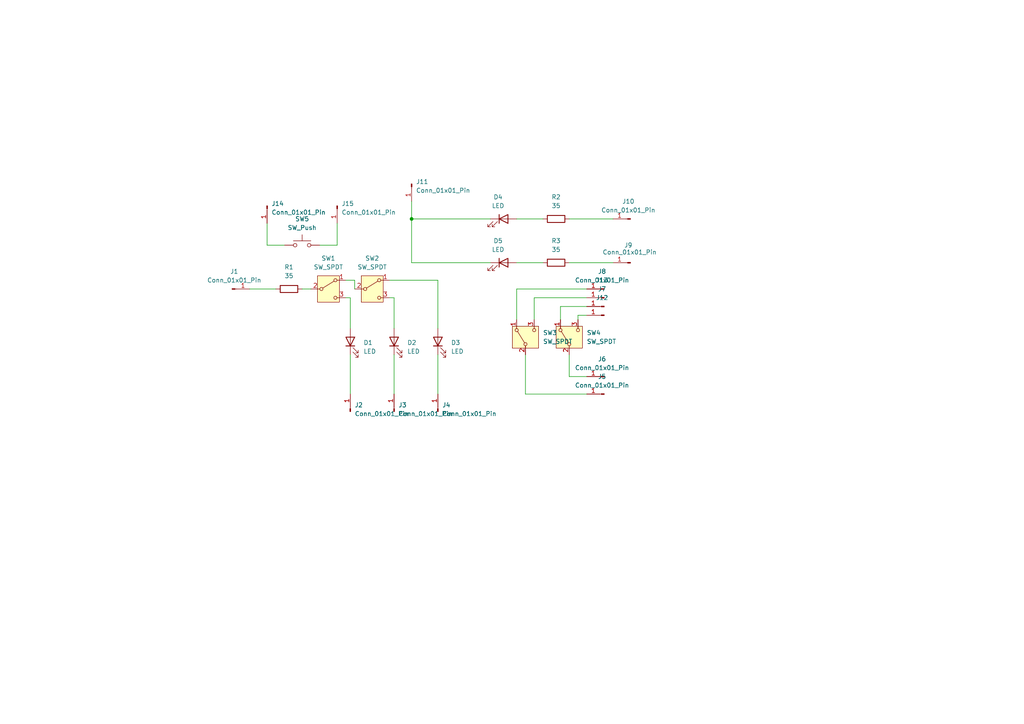
<source format=kicad_sch>
(kicad_sch (version 20250114) (generator "eeschema") (generator_version "9.0")
  (paper "A4")
  (lib_symbols
    (symbol "Connector:Conn_01x01_Pin" (pin_names (offset 1.016) (hide yes))
      (property "Reference" "J" (at 0 2.54 0))
      (property "Value" "Conn_01x01_Pin" (at 0 -2.54 0))
      (symbol "Conn_01x01_Pin_1_1"
        (rectangle (start 0.8636 0.127) (end 0 -0.127) (stroke (width 0.1524)) (fill (type outline)))
        (polyline (pts (xy 1.27 0) (xy 0.8636 0)) (stroke (width 0.1524)))
        (pin passive line (at 5.08 0 180) (length 3.81) (name "Pin_1") (number "1"))
      )
    )
    (symbol "Device:LED" (pin_numbers (hide yes)) (pin_names (offset 1.016) (hide yes))
      (property "Reference" "D" (at 0 2.54 0))
      (property "Value" "LED" (at 0 -2.54 0))
      (symbol "LED_0_1"
        (polyline (pts (xy -3.048 -0.762) (xy -4.572 -2.286) (xy -3.81 -2.286) (xy -4.572 -2.286) (xy -4.572 -1.524)))
        (polyline (pts (xy -1.778 -0.762) (xy -3.302 -2.286) (xy -2.54 -2.286) (xy -3.302 -2.286) (xy -3.302 -1.524)))
        (polyline (pts (xy -1.27 0) (xy 1.27 0)))
        (polyline (pts (xy -1.27 -1.27) (xy -1.27 1.27)) (stroke (width 0.254)))
        (polyline (pts (xy 1.27 -1.27) (xy 1.27 1.27) (xy -1.27 0) (xy 1.27 -1.27)) (stroke (width 0.254)))
      )
      (symbol "LED_1_1"
        (pin passive line (at -3.81 0 0) (length 2.54) (name "K") (number "1"))
        (pin passive line (at 3.81 0 180) (length 2.54) (name "A") (number "2"))
      )
    )
    (symbol "Device:R" (pin_numbers (hide yes)) (pin_names (offset 0))
      (property "Reference" "R" (at 2.032 0 90))
      (property "Value" "R" (at 0 0 90))
      (symbol "R_0_1"
        (rectangle (start -1.016 -2.54) (end 1.016 2.54) (stroke (width 0.254)))
      )
      (symbol "R_1_1"
        (pin passive line (at 0 3.81 270) (length 1.27) (name "~") (number "1"))
        (pin passive line (at 0 -3.81 90) (length 1.27) (name "~") (number "2"))
      )
    )
    (symbol "SPDT_footprint:SW_SPDT" (pin_names (offset 0) (hide yes))
      (property "Reference" "SW" (at 0 5.08 0))
      (property "Value" "SW_SPDT" (at 0 -5.08 0))
      (symbol "SW_SPDT_0_1"
        (circle (center -2.032 0) (radius 0.4572))
        (polyline (pts (xy -1.651 0.254) (xy 1.651 2.286)))
        (circle (center 2.032 2.54) (radius 0.4572))
        (circle (center 2.032 -2.54) (radius 0.4572))
      )
      (symbol "SW_SPDT_1_1"
        (rectangle (start -3.175 3.81) (end 3.175 -3.81) (fill (type background)))
        (pin passive line (at -5.08 0 0) (length 2.54) (name "B") (number "2"))
        (pin passive line (at 5.08 2.54 180) (length 2.54) (name "A") (number "1"))
        (pin passive line (at 5.08 -2.54 180) (length 2.54) (name "C") (number "3"))
      )
    )
    (symbol "Switch:SW_Push" (pin_numbers (hide yes)) (pin_names (offset 1.016) (hide yes))
      (property "Reference" "SW" (at 1.27 2.54 0))
      (property "Value" "SW_Push" (at 0 -1.524 0))
      (symbol "SW_Push_0_1"
        (circle (center -2.032 0) (radius 0.508))
        (polyline (pts (xy 0 1.27) (xy 0 3.048)))
        (circle (center 2.032 0) (radius 0.508))
        (polyline (pts (xy 2.54 1.27) (xy -2.54 1.27)))
        (pin passive line (at -5.08 0 0) (length 2.54) (name "1") (number "1"))
        (pin passive line (at 5.08 0 180) (length 2.54) (name "2") (number "2"))
      )
    )
  )
  (junction (at 119.38 63.5))
  (wire (pts (xy 162.56 88.9) (xy 170.18 88.9)))
  (wire (pts (xy 127 81.28) (xy 127 95.25)))
  (wire (pts (xy 142.24 76.2) (xy 119.38 76.2)))
  (wire (pts (xy 113.03 86.36) (xy 114.3 86.36)))
  (wire (pts (xy 102.87 81.28) (xy 102.87 83.82)))
  (wire (pts (xy 149.86 76.2) (xy 157.48 76.2)))
  (wire (pts (xy 149.86 92.71) (xy 149.86 83.82)))
  (wire (pts (xy 77.47 71.12) (xy 82.55 71.12)))
  (wire (pts (xy 87.63 83.82) (xy 90.17 83.82)))
  (wire (pts (xy 100.33 81.28) (xy 102.87 81.28)))
  (wire (pts (xy 97.79 71.12) (xy 97.79 64.77)))
  (wire (pts (xy 152.4 114.3) (xy 170.18 114.3)))
  (wire (pts (xy 170.18 109.22) (xy 165.1 109.22)))
  (wire (pts (xy 114.3 102.87) (xy 114.3 114.3)))
  (wire (pts (xy 149.86 63.5) (xy 157.48 63.5)))
  (wire (pts (xy 101.6 102.87) (xy 101.6 114.3)))
  (wire (pts (xy 77.47 64.77) (xy 77.47 71.12)))
  (wire (pts (xy 162.56 92.71) (xy 162.56 88.9)))
  (wire (pts (xy 167.64 92.71) (xy 167.64 91.44)))
  (wire (pts (xy 154.94 86.36) (xy 170.18 86.36)))
  (wire (pts (xy 127 102.87) (xy 127 114.3)))
  (wire (pts (xy 167.64 91.44) (xy 170.18 91.44)))
  (wire (pts (xy 142.24 63.5) (xy 119.38 63.5)))
  (wire (pts (xy 92.71 71.12) (xy 97.79 71.12)))
  (wire (pts (xy 165.1 76.2) (xy 177.8 76.2)))
  (wire (pts (xy 119.38 63.5) (xy 119.38 58.42)))
  (wire (pts (xy 119.38 76.2) (xy 119.38 63.5)))
  (wire (pts (xy 152.4 102.87) (xy 152.4 114.3)))
  (wire (pts (xy 100.33 86.36) (xy 101.6 86.36)))
  (wire (pts (xy 154.94 92.71) (xy 154.94 86.36)))
  (wire (pts (xy 101.6 86.36) (xy 101.6 95.25)))
  (wire (pts (xy 149.86 83.82) (xy 170.18 83.82)))
  (wire (pts (xy 113.03 81.28) (xy 127 81.28)))
  (wire (pts (xy 165.1 109.22) (xy 165.1 102.87)))
  (wire (pts (xy 114.3 86.36) (xy 114.3 95.25)))
  (wire (pts (xy 165.1 63.5) (xy 177.8 63.5)))
  (wire (pts (xy 72.39 83.82) (xy 80.01 83.82)))
  (symbol (lib_id "Connector:Conn_01x01_Pin") (at 127 119.38 90) (unit 1)
    (property "Reference" "J4" (at 128.27 117.4749 90) (effects (justify right)))
    (property "Value" "Conn_01x01_Pin" (at 128.27 120.0149 90) (effects (justify right)))
    (property "Footprint" "Connector_Wire:SolderWire-1sqmm_1x01_D1.4mm_OD2.7mm" (effects (hide yes)))
    (property "Description" "Generic connector, single row, 01x01, script generated" (effects (hide yes)))
  )
  (symbol (lib_id "Connector:Conn_01x01_Pin") (at 182.88 76.2 180) (unit 1)
    (property "Reference" "J9" (at 182.245 71.12 0))
    (property "Value" "Conn_01x01_Pin" (at 182.626 73.152 0))
    (property "Footprint" "Connector_Wire:SolderWire-1sqmm_1x01_D1.4mm_OD2.7mm" (effects (hide yes)))
    (property "Description" "Generic connector, single row, 01x01, script generated" (effects (hide yes)))
  )
  (symbol (lib_id "Connector:Conn_01x01_Pin") (at 114.3 119.38 90) (unit 1)
    (property "Reference" "J3" (at 115.57 117.4749 90) (effects (justify right)))
    (property "Value" "Conn_01x01_Pin" (at 115.57 120.0149 90) (effects (justify right)))
    (property "Footprint" "Connector_Wire:SolderWire-1sqmm_1x01_D1.4mm_OD2.7mm" (effects (hide yes)))
    (property "Description" "Generic connector, single row, 01x01, script generated" (effects (hide yes)))
  )
  (symbol (lib_id "Device:R") (at 83.82 83.82 90) (unit 1)
    (property "Reference" "R1" (at 83.82 77.47 90))
    (property "Value" "35" (at 83.82 80.01 90))
    (property "Footprint" "Resistor_THT:R_Axial_DIN0207_L6.3mm_D2.5mm_P10.16mm_Horizontal" (effects (hide yes)))
    (property "Description" "Resistor" (effects (hide yes)))
  )
  (symbol (lib_id "Connector:Conn_01x01_Pin") (at 182.88 63.5 180) (unit 1)
    (property "Reference" "J10" (at 182.245 58.42 0))
    (property "Value" "Conn_01x01_Pin" (at 182.245 60.96 0))
    (property "Footprint" "Connector_Wire:SolderWire-1sqmm_1x01_D1.4mm_OD2.7mm" (effects (hide yes)))
    (property "Description" "Generic connector, single row, 01x01, script generated" (effects (hide yes)))
  )
  (symbol (lib_id "SPDT_footprint:SW_SPDT") (at 107.95 83.82 0) (unit 1)
    (property "Reference" "SW2" (at 107.95 74.93 0))
    (property "Value" "SW_SPDT" (at 107.95 77.47 0))
    (property "Footprint" "footprints :SW_SPDT" (effects (hide yes)))
    (property "Description" "Switch, single pole double throw" (effects (hide yes)))
  )
  (symbol (lib_id "SPDT_footprint:SW_SPDT") (at 152.4 97.79 90) (unit 1)
    (property "Reference" "SW3" (at 157.48 96.5199 90) (effects (justify right)))
    (property "Value" "SW_SPDT" (at 157.48 99.0599 90) (effects (justify right)))
    (property "Footprint" "footprints :SW_SPDT" (effects (hide yes)))
    (property "Description" "Switch, single pole double throw" (effects (hide yes)))
  )
  (symbol (lib_id "Connector:Conn_01x01_Pin") (at 175.26 86.36 180) (unit 1)
    (property "Reference" "J13" (at 174.625 81.28 0))
    (property "Value" "Conn_01x01_Pin" (effects (hide yes)))
    (property "Footprint" "Connector_Wire:SolderWire-1sqmm_1x01_D1.4mm_OD2.7mm" (effects (hide yes)))
    (property "Description" "Generic connector, single row, 01x01, script generated" (effects (hide yes)))
  )
  (symbol (lib_id "Connector:Conn_01x01_Pin") (at 175.26 88.9 180) (unit 1)
    (property "Reference" "J7" (at 174.625 83.82 0))
    (property "Value" "Conn_01x01_Pin" (effects (hide yes)))
    (property "Footprint" "Connector_Wire:SolderWire-1sqmm_1x01_D1.4mm_OD2.7mm" (effects (hide yes)))
    (property "Description" "Generic connector, single row, 01x01, script generated" (effects (hide yes)))
  )
  (symbol (lib_id "Connector:Conn_01x01_Pin") (at 77.47 59.69 270) (unit 1)
    (property "Reference" "J14" (at 78.74 59.0549 90) (effects (justify left)))
    (property "Value" "Conn_01x01_Pin" (at 78.74 61.5949 90) (effects (justify left)))
    (property "Footprint" "Connector_Wire:SolderWire-1sqmm_1x01_D1.4mm_OD2.7mm" (effects (hide yes)))
    (property "Description" "Generic connector, single row, 01x01, script generated" (effects (hide yes)))
  )
  (symbol (lib_id "Device:LED") (at 114.3 99.06 90) (unit 1)
    (property "Reference" "D2" (at 118.11 99.3774 90) (effects (justify right)))
    (property "Value" "LED" (at 118.11 101.9174 90) (effects (justify right)))
    (property "Footprint" "LED_THT:LED_D3.0mm" (effects (hide yes)))
    (property "Description" "Light emitting diode" (effects (hide yes)))
    (property "Sim.Pins" "1=K 2=A" (effects (hide yes)))
  )
  (symbol (lib_id "Connector:Conn_01x01_Pin") (at 175.26 83.82 180) (unit 1)
    (property "Reference" "J8" (at 174.625 78.74 0))
    (property "Value" "Conn_01x01_Pin" (at 174.625 81.28 0))
    (property "Footprint" "Connector_Wire:SolderWire-1sqmm_1x01_D1.4mm_OD2.7mm" (effects (hide yes)))
    (property "Description" "Generic connector, single row, 01x01, script generated" (effects (hide yes)))
  )
  (symbol (lib_id "SPDT_footprint:SW_SPDT") (at 95.25 83.82 0) (unit 1)
    (property "Reference" "SW1" (at 95.25 74.93 0))
    (property "Value" "SW_SPDT" (at 95.25 77.47 0))
    (property "Footprint" "footprints :SW_SPDT" (effects (hide yes)))
    (property "Description" "Switch, single pole double throw" (effects (hide yes)))
  )
  (symbol (lib_id "Connector:Conn_01x01_Pin") (at 67.31 83.82 0) (unit 1)
    (property "Reference" "J1" (at 67.945 78.74 0))
    (property "Value" "Conn_01x01_Pin" (at 67.945 81.28 0))
    (property "Footprint" "Connector_Wire:SolderWire-1sqmm_1x01_D1.4mm_OD2.7mm" (effects (hide yes)))
    (property "Description" "Generic connector, single row, 01x01, script generated" (effects (hide yes)))
  )
  (symbol (lib_id "Device:LED") (at 146.05 63.5 0) (unit 1)
    (property "Reference" "D4" (at 144.4625 57.15 0))
    (property "Value" "LED" (at 144.4625 59.69 0))
    (property "Footprint" "LED_THT:LED_D3.0mm" (effects (hide yes)))
    (property "Description" "Light emitting diode" (effects (hide yes)))
    (property "Sim.Pins" "1=K 2=A" (effects (hide yes)))
  )
  (symbol (lib_id "Device:LED") (at 146.05 76.2 0) (unit 1)
    (property "Reference" "D5" (at 144.4625 69.85 0))
    (property "Value" "LED" (at 144.4625 72.39 0))
    (property "Footprint" "LED_THT:LED_D3.0mm" (effects (hide yes)))
    (property "Description" "Light emitting diode" (effects (hide yes)))
    (property "Sim.Pins" "1=K 2=A" (effects (hide yes)))
  )
  (symbol (lib_id "Device:R") (at 161.29 76.2 90) (unit 1)
    (property "Reference" "R3" (at 161.29 69.85 90))
    (property "Value" "35" (at 161.29 72.39 90))
    (property "Footprint" "Resistor_THT:R_Axial_DIN0207_L6.3mm_D2.5mm_P10.16mm_Horizontal" (effects (hide yes)))
    (property "Description" "Resistor" (effects (hide yes)))
  )
  (symbol (lib_id "Connector:Conn_01x01_Pin") (at 119.38 53.34 270) (unit 1)
    (property "Reference" "J11" (at 120.65 52.7049 90) (effects (justify left)))
    (property "Value" "Conn_01x01_Pin" (at 120.65 55.2449 90) (effects (justify left)))
    (property "Footprint" "Connector_Wire:SolderWire-1sqmm_1x01_D1.4mm_OD2.7mm" (effects (hide yes)))
    (property "Description" "Generic connector, single row, 01x01, script generated" (effects (hide yes)))
  )
  (symbol (lib_id "Connector:Conn_01x01_Pin") (at 101.6 119.38 90) (unit 1)
    (property "Reference" "J2" (at 102.87 117.4749 90) (effects (justify right)))
    (property "Value" "Conn_01x01_Pin" (at 102.87 120.0149 90) (effects (justify right)))
    (property "Footprint" "Connector_Wire:SolderWire-1sqmm_1x01_D1.4mm_OD2.7mm" (effects (hide yes)))
    (property "Description" "Generic connector, single row, 01x01, script generated" (effects (hide yes)))
  )
  (symbol (lib_id "Device:R") (at 161.29 63.5 90) (unit 1)
    (property "Reference" "R2" (at 161.29 57.15 90))
    (property "Value" "35" (at 161.29 59.69 90))
    (property "Footprint" "Resistor_THT:R_Axial_DIN0207_L6.3mm_D2.5mm_P10.16mm_Horizontal" (effects (hide yes)))
    (property "Description" "Resistor" (effects (hide yes)))
  )
  (symbol (lib_id "Device:LED") (at 101.6 99.06 90) (unit 1)
    (property "Reference" "D1" (at 105.41 99.3774 90) (effects (justify right)))
    (property "Value" "LED" (at 105.41 101.9174 90) (effects (justify right)))
    (property "Footprint" "LED_THT:LED_D3.0mm" (effects (hide yes)))
    (property "Description" "Light emitting diode" (effects (hide yes)))
    (property "Sim.Pins" "1=K 2=A" (effects (hide yes)))
  )
  (symbol (lib_id "SPDT_footprint:SW_SPDT") (at 165.1 97.79 90) (unit 1)
    (property "Reference" "SW4" (at 170.18 96.5199 90) (effects (justify right)))
    (property "Value" "SW_SPDT" (at 170.18 99.0599 90) (effects (justify right)))
    (property "Footprint" "footprints :SW_SPDT" (effects (hide yes)))
    (property "Description" "Switch, single pole double throw" (effects (hide yes)))
  )
  (symbol (lib_id "Device:LED") (at 127 99.06 90) (unit 1)
    (property "Reference" "D3" (at 130.81 99.3774 90) (effects (justify right)))
    (property "Value" "LED" (at 130.81 101.9174 90) (effects (justify right)))
    (property "Footprint" "LED_THT:LED_D3.0mm" (effects (hide yes)))
    (property "Description" "Light emitting diode" (effects (hide yes)))
    (property "Sim.Pins" "1=K 2=A" (effects (hide yes)))
  )
  (symbol (lib_id "Connector:Conn_01x01_Pin") (at 175.26 114.3 180) (unit 1)
    (property "Reference" "J5" (at 174.625 109.22 0))
    (property "Value" "Conn_01x01_Pin" (at 174.625 111.76 0))
    (property "Footprint" "Connector_Wire:SolderWire-1sqmm_1x01_D1.4mm_OD2.7mm" (effects (hide yes)))
    (property "Description" "Generic connector, single row, 01x01, script generated" (effects (hide yes)))
  )
  (symbol (lib_id "Connector:Conn_01x01_Pin") (at 175.26 91.44 180) (unit 1)
    (property "Reference" "J12" (at 174.625 86.36 0))
    (property "Value" "Conn_01x01_Pin" (effects (hide yes)))
    (property "Footprint" "Connector_Wire:SolderWire-1sqmm_1x01_D1.4mm_OD2.7mm" (effects (hide yes)))
    (property "Description" "Generic connector, single row, 01x01, script generated" (effects (hide yes)))
  )
  (symbol (lib_id "Switch:SW_Push") (at 87.63 71.12 0) (unit 1)
    (property "Reference" "SW5" (at 87.63 63.5 0))
    (property "Value" "SW_Push" (at 87.63 66.04 0))
    (property "Description" "Push button switch, generic, two pins" (effects (hide yes)))
  )
  (symbol (lib_id "Connector:Conn_01x01_Pin") (at 97.79 59.69 270) (unit 1)
    (property "Reference" "J15" (at 99.06 59.0549 90) (effects (justify left)))
    (property "Value" "Conn_01x01_Pin" (at 99.06 61.5949 90) (effects (justify left)))
    (property "Footprint" "Connector_Wire:SolderWire-1sqmm_1x01_D1.4mm_OD2.7mm" (effects (hide yes)))
    (property "Description" "Generic connector, single row, 01x01, script generated" (effects (hide yes)))
  )
  (symbol (lib_id "Connector:Conn_01x01_Pin") (at 175.26 109.22 180) (unit 1)
    (property "Reference" "J6" (at 174.625 104.14 0))
    (property "Value" "Conn_01x01_Pin" (at 174.625 106.68 0))
    (property "Footprint" "Connector_Wire:SolderWire-1sqmm_1x01_D1.4mm_OD2.7mm" (effects (hide yes)))
    (property "Description" "Generic connector, single row, 01x01, script generated" (effects (hide yes)))
  )
)
</source>
